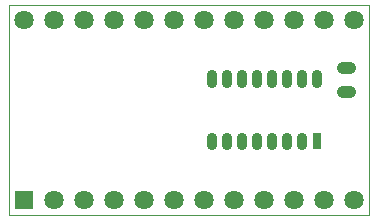
<source format=gbs>
G75*
%MOIN*%
%OFA0B0*%
%FSLAX25Y25*%
%IPPOS*%
%LPD*%
%AMOC8*
5,1,8,0,0,1.08239X$1,22.5*
%
%ADD10C,0.00000*%
%ADD11C,0.04059*%
%ADD12R,0.06406X0.06406*%
%ADD13C,0.06406*%
%ADD14R,0.02862X0.05618*%
%ADD15C,0.02834*%
D10*
X0001250Y0001000D02*
X0001250Y0071000D01*
X0121250Y0071000D01*
X0121250Y0001000D01*
X0001250Y0001000D01*
D11*
X0114971Y0042029D02*
X0114971Y0042071D01*
X0114971Y0042029D02*
X0112529Y0042029D01*
X0112529Y0042071D01*
X0114971Y0042071D01*
X0114971Y0049929D02*
X0114971Y0049971D01*
X0114971Y0049929D02*
X0112529Y0049929D01*
X0112529Y0049971D01*
X0114971Y0049971D01*
D12*
X0006250Y0006000D03*
D13*
X0016250Y0006000D03*
X0026250Y0006000D03*
X0036250Y0006000D03*
X0046250Y0006000D03*
X0056250Y0006000D03*
X0066250Y0006000D03*
X0076250Y0006000D03*
X0086250Y0006000D03*
X0096250Y0006000D03*
X0106250Y0006000D03*
X0116250Y0006000D03*
X0116250Y0066000D03*
X0106250Y0066000D03*
X0096250Y0066000D03*
X0086250Y0066000D03*
X0076250Y0066000D03*
X0066250Y0066000D03*
X0056250Y0066000D03*
X0046250Y0066000D03*
X0036250Y0066000D03*
X0026250Y0066000D03*
X0016250Y0066000D03*
X0006250Y0066000D03*
D14*
X0103750Y0025567D03*
D15*
X0098764Y0026959D02*
X0098764Y0024175D01*
X0098736Y0024175D01*
X0098736Y0026959D01*
X0098764Y0026959D01*
X0093764Y0026959D02*
X0093764Y0024175D01*
X0093736Y0024175D01*
X0093736Y0026959D01*
X0093764Y0026959D01*
X0088764Y0026959D02*
X0088764Y0024175D01*
X0088736Y0024175D01*
X0088736Y0026959D01*
X0088764Y0026959D01*
X0083764Y0026959D02*
X0083764Y0024175D01*
X0083736Y0024175D01*
X0083736Y0026959D01*
X0083764Y0026959D01*
X0078764Y0026959D02*
X0078764Y0024175D01*
X0078736Y0024175D01*
X0078736Y0026959D01*
X0078764Y0026959D01*
X0073764Y0026959D02*
X0073764Y0024175D01*
X0073736Y0024175D01*
X0073736Y0026959D01*
X0073764Y0026959D01*
X0068764Y0026959D02*
X0068764Y0024175D01*
X0068736Y0024175D01*
X0068736Y0026959D01*
X0068764Y0026959D01*
X0068764Y0045041D02*
X0068764Y0047825D01*
X0068764Y0045041D02*
X0068736Y0045041D01*
X0068736Y0047825D01*
X0068764Y0047825D01*
X0073764Y0047825D02*
X0073764Y0045041D01*
X0073736Y0045041D01*
X0073736Y0047825D01*
X0073764Y0047825D01*
X0078764Y0047825D02*
X0078764Y0045041D01*
X0078736Y0045041D01*
X0078736Y0047825D01*
X0078764Y0047825D01*
X0083764Y0047825D02*
X0083764Y0045041D01*
X0083736Y0045041D01*
X0083736Y0047825D01*
X0083764Y0047825D01*
X0088764Y0047825D02*
X0088764Y0045041D01*
X0088736Y0045041D01*
X0088736Y0047825D01*
X0088764Y0047825D01*
X0093764Y0047825D02*
X0093764Y0045041D01*
X0093736Y0045041D01*
X0093736Y0047825D01*
X0093764Y0047825D01*
X0098764Y0047825D02*
X0098764Y0045041D01*
X0098736Y0045041D01*
X0098736Y0047825D01*
X0098764Y0047825D01*
X0103764Y0047825D02*
X0103764Y0045041D01*
X0103736Y0045041D01*
X0103736Y0047825D01*
X0103764Y0047825D01*
M02*

</source>
